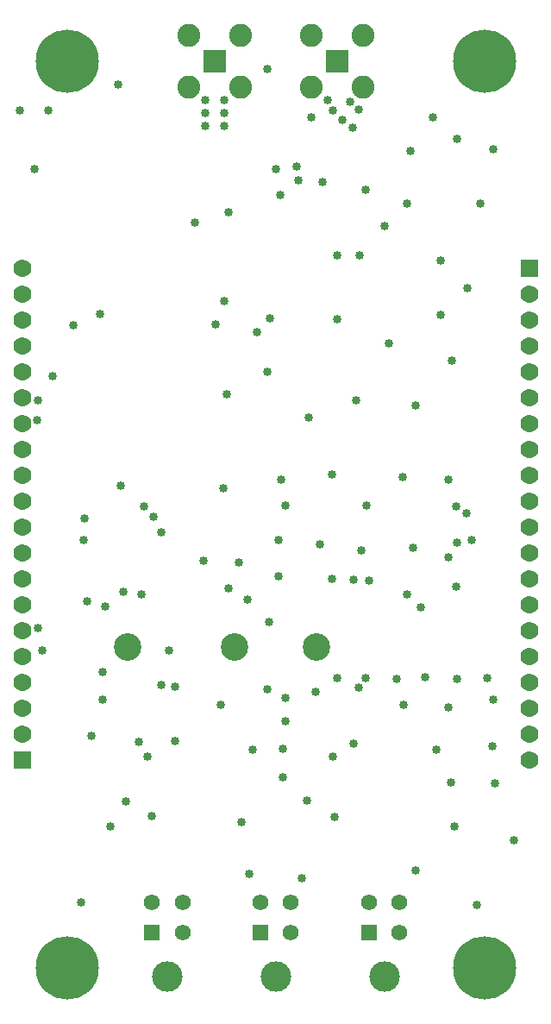
<source format=gbs>
G04*
G04 #@! TF.GenerationSoftware,Altium Limited,Altium Designer,23.0.1 (38)*
G04*
G04 Layer_Color=16711935*
%FSLAX44Y44*%
%MOMM*%
G71*
G04*
G04 #@! TF.SameCoordinates,B26DCD0B-EA3B-4DC6-9C7F-F6099DF497CD*
G04*
G04*
G04 #@! TF.FilePolarity,Negative*
G04*
G01*
G75*
%ADD64C,1.5700*%
%ADD65R,1.7632X1.7632*%
%ADD66C,1.7632*%
%ADD67C,2.7032*%
%ADD68R,1.5700X1.5700*%
%ADD69C,3.0000*%
%ADD70C,2.2532*%
%ADD71R,2.2532X2.2532*%
%ADD72C,6.2032*%
%ADD73C,0.8532*%
D64*
X386500Y89650D02*
D03*
Y119650D02*
D03*
X173500Y89650D02*
D03*
Y119650D02*
D03*
X280000D02*
D03*
X250000D02*
D03*
X280000Y89650D02*
D03*
X143500Y119650D02*
D03*
X356500D02*
D03*
D65*
X514000Y741300D02*
D03*
X16000Y258700D02*
D03*
D66*
X514000Y690500D02*
D03*
Y639700D02*
D03*
Y588900D02*
D03*
Y538100D02*
D03*
Y487300D02*
D03*
Y411100D02*
D03*
Y334900D02*
D03*
Y258700D02*
D03*
Y284100D02*
D03*
Y309500D02*
D03*
Y360300D02*
D03*
Y385700D02*
D03*
Y436500D02*
D03*
Y461900D02*
D03*
Y512700D02*
D03*
Y563500D02*
D03*
Y614300D02*
D03*
Y665100D02*
D03*
Y715900D02*
D03*
X16000Y284100D02*
D03*
Y309500D02*
D03*
Y334900D02*
D03*
Y360300D02*
D03*
Y385700D02*
D03*
Y411100D02*
D03*
Y436500D02*
D03*
Y461900D02*
D03*
Y487300D02*
D03*
Y512700D02*
D03*
Y538100D02*
D03*
Y563500D02*
D03*
Y588900D02*
D03*
Y614300D02*
D03*
Y639700D02*
D03*
Y665100D02*
D03*
Y690500D02*
D03*
Y715900D02*
D03*
Y741300D02*
D03*
D67*
X304650Y370000D02*
D03*
X119650D02*
D03*
X224650D02*
D03*
D68*
X250000Y89650D02*
D03*
X143500D02*
D03*
X356500D02*
D03*
D69*
X265000Y46450D02*
D03*
X158500D02*
D03*
X371500D02*
D03*
D70*
X230400Y919600D02*
D03*
X179600D02*
D03*
Y970400D02*
D03*
X230400D02*
D03*
X350400D02*
D03*
X299600D02*
D03*
Y919600D02*
D03*
X350400D02*
D03*
D71*
X205000Y945000D02*
D03*
X325000D02*
D03*
D72*
X470000D02*
D03*
X60000D02*
D03*
X470000Y55000D02*
D03*
X60000D02*
D03*
D73*
X411480Y340360D02*
D03*
X274320Y297180D02*
D03*
Y509270D02*
D03*
X321310Y262890D02*
D03*
X341630Y275590D02*
D03*
X41910Y896620D02*
D03*
X13970D02*
D03*
X389890Y537210D02*
D03*
X287020Y828040D02*
D03*
X311150Y826770D02*
D03*
X95250Y345440D02*
D03*
X344170Y612140D02*
D03*
X274320Y320040D02*
D03*
X308151Y470359D02*
D03*
X271780Y270510D02*
D03*
X434340Y458470D02*
D03*
X399926Y467305D02*
D03*
X228600Y453390D02*
D03*
X113030Y528320D02*
D03*
X356870Y435610D02*
D03*
X320040Y436880D02*
D03*
X267970Y439420D02*
D03*
X320040Y539750D02*
D03*
X166370Y278130D02*
D03*
X133350Y421640D02*
D03*
X115570Y424180D02*
D03*
X80010Y415290D02*
D03*
X195580Y894080D02*
D03*
X214630D02*
D03*
Y906780D02*
D03*
X195580Y881380D02*
D03*
X214630D02*
D03*
X340360Y880110D02*
D03*
X321310Y896620D02*
D03*
X330200Y887730D02*
D03*
X440721Y194279D02*
D03*
X130841Y276829D02*
D03*
X231171Y198089D02*
D03*
X144778Y497838D02*
D03*
X194308Y454658D02*
D03*
X83820Y283210D02*
D03*
X166401Y331439D02*
D03*
X152400Y332665D02*
D03*
X118110Y218440D02*
D03*
X139180Y262140D02*
D03*
X210820Y313690D02*
D03*
X346710Y330200D02*
D03*
X322580Y203200D02*
D03*
X393700Y421640D02*
D03*
X218440Y427990D02*
D03*
X353060Y339563D02*
D03*
X325224D02*
D03*
X383540Y339090D02*
D03*
X443230D02*
D03*
X472440Y339563D02*
D03*
X303760Y326160D02*
D03*
X390930Y313460D02*
D03*
X295390Y218960D02*
D03*
X143510Y204470D02*
D03*
X160051Y366999D02*
D03*
X102901Y194279D02*
D03*
X73691Y119349D02*
D03*
X290861Y143479D02*
D03*
X402621Y151099D02*
D03*
X462280Y116840D02*
D03*
X480091Y236189D02*
D03*
X477551Y273019D02*
D03*
X478821Y318739D02*
D03*
X256571Y328899D02*
D03*
X97821Y410179D02*
D03*
X152431Y482569D02*
D03*
X213391Y525749D02*
D03*
X354361Y509239D02*
D03*
X349281Y464789D02*
D03*
X434371Y311119D02*
D03*
X256540Y937260D02*
D03*
X346710Y897890D02*
D03*
X337820Y905510D02*
D03*
X316230Y906780D02*
D03*
X195580D02*
D03*
X110521Y921989D02*
D03*
X265461Y839439D02*
D03*
X299720Y890270D02*
D03*
X419131Y890239D02*
D03*
X478790Y858520D02*
D03*
X27971Y839439D02*
D03*
X31750Y388620D02*
D03*
X35591Y366999D02*
D03*
X30511Y593059D02*
D03*
X31781Y612109D02*
D03*
X45751Y636239D02*
D03*
X256571Y640049D02*
D03*
X217201Y618459D02*
D03*
X92741Y697199D02*
D03*
X297180Y595630D02*
D03*
X246380Y679450D02*
D03*
X426720Y695960D02*
D03*
X453390Y722630D02*
D03*
X426720Y749300D02*
D03*
X185890Y786600D02*
D03*
X397350Y857240D02*
D03*
X325120Y692150D02*
D03*
X375920Y668020D02*
D03*
X65890Y685950D02*
D03*
X205890Y686920D02*
D03*
X438150Y651510D02*
D03*
X259530Y692970D02*
D03*
X325530Y754790D02*
D03*
X347530Y754830D02*
D03*
X372110Y783590D02*
D03*
X466090Y805180D02*
D03*
X443230Y868680D02*
D03*
X219050Y796950D02*
D03*
X285750Y842010D02*
D03*
X269605Y813705D02*
D03*
X214630Y709930D02*
D03*
X267970Y474980D02*
D03*
X258572Y394970D02*
D03*
X341386Y435854D02*
D03*
X441960Y429260D02*
D03*
Y508110D02*
D03*
X452120Y501650D02*
D03*
X457200Y474980D02*
D03*
X443230Y472440D02*
D03*
X237490Y416560D02*
D03*
X407670Y408940D02*
D03*
X238760Y147320D02*
D03*
X95250Y318770D02*
D03*
X242190Y269240D02*
D03*
X271780Y242570D02*
D03*
X422910Y269240D02*
D03*
X270510Y534670D02*
D03*
X434340D02*
D03*
X499110Y180340D02*
D03*
X436880Y237490D02*
D03*
X77472Y496568D02*
D03*
X135890Y508000D02*
D03*
X76200Y474980D02*
D03*
X402590Y607060D02*
D03*
X353060Y819150D02*
D03*
X393700Y805180D02*
D03*
M02*

</source>
